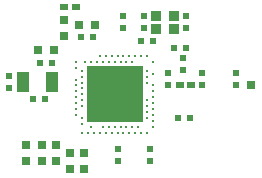
<source format=gtp>
G04*
G04 #@! TF.GenerationSoftware,Altium Limited,Altium Designer,19.0.10 (269)*
G04*
G04 Layer_Color=8421504*
%FSLAX24Y24*%
%MOIN*%
G70*
G01*
G75*
%ADD13R,0.0197X0.0236*%
%ADD14R,0.0256X0.0197*%
%ADD15R,0.0236X0.0197*%
%ADD16R,0.0315X0.0295*%
%ADD17R,0.0374X0.0335*%
%ADD18R,0.0295X0.0315*%
%ADD19R,0.0300X0.0300*%
%ADD20C,0.0118*%
%ADD21R,0.1909X0.1909*%
%ADD22R,0.0394X0.0709*%
D13*
X4039Y717D02*
D03*
Y323D02*
D03*
X2916Y323D02*
D03*
Y717D02*
D03*
X1792Y305D02*
D03*
Y699D02*
D03*
X2266Y1197D02*
D03*
Y803D02*
D03*
X1191Y-1821D02*
D03*
Y-2215D02*
D03*
X98Y-1821D02*
D03*
Y-2215D02*
D03*
X2378Y2597D02*
D03*
Y2203D02*
D03*
X978Y2203D02*
D03*
Y2597D02*
D03*
X266Y2205D02*
D03*
Y2598D02*
D03*
X-3515Y217D02*
D03*
Y610D02*
D03*
D14*
X2165Y302D02*
D03*
X2539Y302D02*
D03*
X-1673Y2904D02*
D03*
X-1299D02*
D03*
D15*
X876Y1791D02*
D03*
X1270D02*
D03*
X2126Y-787D02*
D03*
X2520D02*
D03*
X1969Y1545D02*
D03*
X2362D02*
D03*
X-2096Y1033D02*
D03*
X-2490D02*
D03*
X-2314Y-167D02*
D03*
X-2708D02*
D03*
X-1127Y1900D02*
D03*
X-733D02*
D03*
D16*
X-1959Y-2215D02*
D03*
Y-1683D02*
D03*
X-2421Y-2215D02*
D03*
Y-1683D02*
D03*
X-2953Y-2215D02*
D03*
Y-1683D02*
D03*
X-1673Y2490D02*
D03*
Y1959D02*
D03*
X-1496Y-2500D02*
D03*
Y-1969D02*
D03*
X-1033Y-2500D02*
D03*
Y-1969D02*
D03*
D17*
X1392Y2173D02*
D03*
Y2626D02*
D03*
X1963D02*
D03*
Y2173D02*
D03*
D18*
X-2549Y1467D02*
D03*
X-2018D02*
D03*
X-1191Y2309D02*
D03*
X-659D02*
D03*
D19*
X4550Y300D02*
D03*
D20*
X886Y1280D02*
D03*
X-492D02*
D03*
X-295D02*
D03*
X-98D02*
D03*
X98D02*
D03*
X295D02*
D03*
X492D02*
D03*
X689D02*
D03*
X1083D02*
D03*
X-1280Y1083D02*
D03*
X-984D02*
D03*
X-787D02*
D03*
X-591D02*
D03*
X-394D02*
D03*
X-197D02*
D03*
X0D02*
D03*
X197D02*
D03*
X394D02*
D03*
X591D02*
D03*
X1280D02*
D03*
X1083Y787D02*
D03*
X-1280Y886D02*
D03*
X-1083Y787D02*
D03*
X1280Y689D02*
D03*
X-1083Y591D02*
D03*
X1083D02*
D03*
X-1280Y492D02*
D03*
X-1083Y394D02*
D03*
X1083D02*
D03*
X-1280Y295D02*
D03*
X1280D02*
D03*
X-1083Y197D02*
D03*
X-1280Y98D02*
D03*
X1280D02*
D03*
X-1083Y0D02*
D03*
X-1280Y-98D02*
D03*
X1280D02*
D03*
X-1083Y-197D02*
D03*
X1083D02*
D03*
X-1280Y-295D02*
D03*
X1280D02*
D03*
X-1083Y-394D02*
D03*
X1083D02*
D03*
X-1280Y-492D02*
D03*
X1280D02*
D03*
X1083Y-591D02*
D03*
X-1280Y-689D02*
D03*
X1280D02*
D03*
X-1083Y-787D02*
D03*
X1083D02*
D03*
X1280Y-886D02*
D03*
X-1083Y-984D02*
D03*
X-787Y-1083D02*
D03*
X-394D02*
D03*
X-197D02*
D03*
X0D02*
D03*
X197D02*
D03*
X394D02*
D03*
X591D02*
D03*
X787D02*
D03*
X1280D02*
D03*
X-1083Y-1280D02*
D03*
X-886D02*
D03*
X-689D02*
D03*
X-492D02*
D03*
X-295D02*
D03*
X-98D02*
D03*
X98D02*
D03*
X295D02*
D03*
X492D02*
D03*
X689D02*
D03*
X886D02*
D03*
X1083D02*
D03*
D21*
X0Y0D02*
D03*
D22*
X-2078Y404D02*
D03*
X-3062D02*
D03*
M02*

</source>
